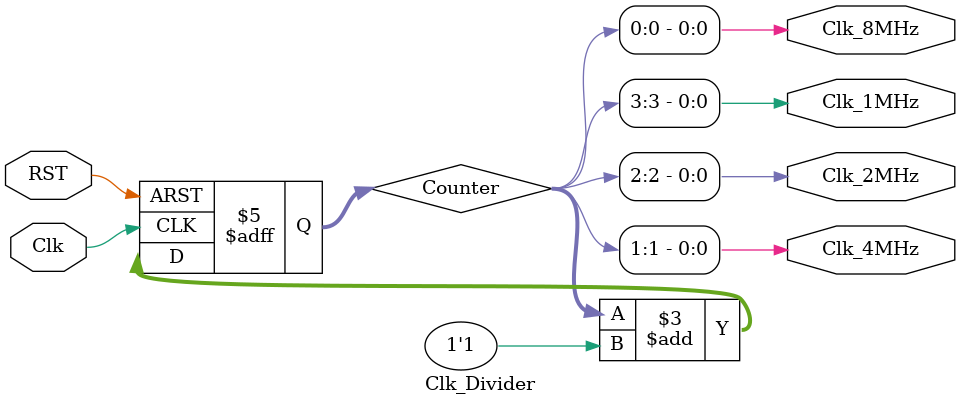
<source format=v>
module Clk_Divider (
input  wire RST ,
input  wire Clk ,
//input  wire [1:0] Clk_Freq,
output reg  Clk_8MHz,
output reg  Clk_4MHz,
output reg  Clk_2MHz,
output reg  Clk_1MHz
);

reg [3:0] Counter;

always @ (posedge Clk or negedge RST)
begin
    if (!RST) 
        Counter <= 4'b0;
    else 
        Counter <= Counter + 1'b1;
end

always @ (*)
begin
            Clk_8MHz =Counter [0];
            Clk_4MHz =Counter [1];
            Clk_2MHz =Counter [2];
            Clk_1MHz =Counter [3];
end

endmodule
</source>
